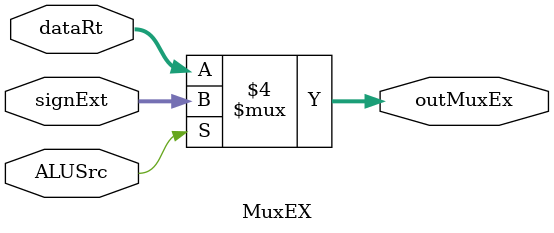
<source format=v>
`timescale 1ns / 1ps
module MuxEX(
	input ALUSrc,
	input [31:0] dataRt,signExt,
	output reg [31:0] outMuxEx
    );

initial
begin
	outMuxEx = 0;
end
always @(*)
begin
	if(ALUSrc)
		begin
			outMuxEx = signExt;
		end
	
	else
		begin
			outMuxEx = dataRt;
		end
end
endmodule

</source>
